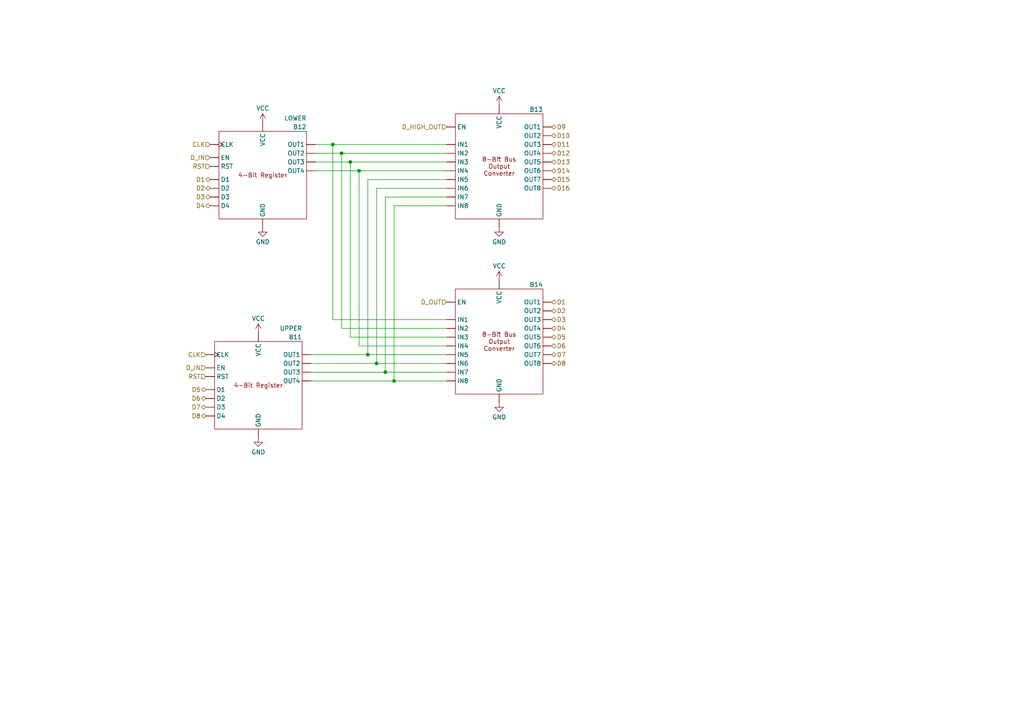
<source format=kicad_sch>
(kicad_sch (version 20230121) (generator eeschema)
  (paper "A4")
  (lib_symbols
    (symbol "MiniDragon:4-Bit Register"
      (property "Reference" "B" (at -12.7 13.97 0))
      (symbol "4-Bit Register_0_1"
        (rectangle (start -12.7 12.7) (end 12.7 -12.7))
      )
      (symbol "4-Bit Register_1_1"
        (text "4-Bit Register" (at 0 0 0) (effects (font (size 1.27 1.27))))
        (pin input clock (at -15.24 8.89 0) (length 2.54) (name "CLK") (number ""))
        (pin input line (at -15.24 -1.27 0) (length 2.54) (name "D1") (number ""))
        (pin input line (at -15.24 -3.81 0) (length 2.54) (name "D2") (number ""))
        (pin input line (at -15.24 -6.35 0) (length 2.54) (name "D3") (number ""))
        (pin input line (at -15.24 -8.89 0) (length 2.54) (name "D4") (number ""))
        (pin input line (at -15.24 5.08 0) (length 2.54) (name "EN") (number ""))
        (pin power_in line (at 0 -15.24 90) (length 2.54) (name "GND") (number ""))
        (pin output line (at 15.24 8.89 180) (length 2.54) (name "OUT1") (number ""))
        (pin output line (at 15.24 6.35 180) (length 2.54) (name "OUT2") (number ""))
        (pin output line (at 15.24 3.81 180) (length 2.54) (name "OUT3") (number ""))
        (pin output line (at 15.24 1.27 180) (length 2.54) (name "OUT4") (number ""))
        (pin input line (at -15.24 2.54 0) (length 2.54) (name "RST") (number ""))
        (pin power_in line (at 0 15.24 270) (length 2.54) (name "VCC") (number ""))
      )
    )
    (symbol "MiniDragon:8-bit Bus Output"
      (property "Reference" "B" (at -12.7 16.51 0))
      (symbol "8-bit Bus Output_0_1"
        (rectangle (start -12.7 15.24) (end 12.7 -15.24))
      )
      (symbol "8-bit Bus Output_1_1"
        (text "8-Bit Bus\nOutput\nConverter" (at 0 0 0) (effects (font (size 1.27 1.27))))
        (pin input line (at -15.24 11.43 0) (length 2.54) (name "EN") (number ""))
        (pin power_in line (at 0 -17.78 90) (length 2.54) (name "GND") (number ""))
        (pin input line (at -15.24 6.35 0) (length 2.54) (name "IN1") (number ""))
        (pin input line (at -15.24 3.81 0) (length 2.54) (name "IN2") (number ""))
        (pin input line (at -15.24 1.27 0) (length 2.54) (name "IN3") (number ""))
        (pin input line (at -15.24 -1.27 0) (length 2.54) (name "IN4") (number ""))
        (pin input line (at -15.24 -3.81 0) (length 2.54) (name "IN5") (number ""))
        (pin input line (at -15.24 -6.35 0) (length 2.54) (name "IN6") (number ""))
        (pin input line (at -15.24 -8.89 0) (length 2.54) (name "IN7") (number ""))
        (pin input line (at -15.24 -11.43 0) (length 2.54) (name "IN8") (number ""))
        (pin open_collector line (at 15.24 11.43 180) (length 2.54) (name "OUT1") (number ""))
        (pin open_collector line (at 15.24 8.89 180) (length 2.54) (name "OUT2") (number ""))
        (pin open_collector line (at 15.24 6.35 180) (length 2.54) (name "OUT3") (number ""))
        (pin open_collector line (at 15.24 3.81 180) (length 2.54) (name "OUT4") (number ""))
        (pin open_collector line (at 15.24 1.27 180) (length 2.54) (name "OUT5") (number ""))
        (pin open_collector line (at 15.24 -1.27 180) (length 2.54) (name "OUT6") (number ""))
        (pin open_collector line (at 15.24 -3.81 180) (length 2.54) (name "OUT7") (number ""))
        (pin open_collector line (at 15.24 -6.35 180) (length 2.54) (name "OUT8") (number ""))
        (pin power_in line (at 0 17.78 270) (length 2.54) (name "VCC") (number ""))
      )
    )
    (symbol "power:GND" (power) (pin_names (offset 0))
      (property "Value" "GND" (at 0 -3.81 0))
      (symbol "GND_0_1"
        (polyline (pts (xy 0 0) (xy 0 -1.27) (xy 1.27 -1.27) (xy 0 -2.54) (xy -1.27 -1.27) (xy 0 -1.27)))
      )
      (symbol "GND_1_1"
        (pin power_in line (at 0 0 270) (length 0) hide (name "GND") (number "1"))
      )
    )
    (symbol "power:VCC" (power) (pin_names (offset 0))
      (property "Value" "VCC" (at 0 3.81 0))
      (symbol "VCC_0_1"
        (polyline (pts (xy -0.762 1.27) (xy 0 2.54)))
        (polyline (pts (xy 0 0) (xy 0 2.54)))
        (polyline (pts (xy 0 2.54) (xy 0.762 1.27)))
      )
      (symbol "VCC_1_1"
        (pin power_in line (at 0 0 90) (length 0) hide (name "VCC") (number "1"))
      )
    )
  )
  (junction (at 96.52 41.91))
  (junction (at 99.06 44.45))
  (junction (at 111.76 107.95))
  (junction (at 101.6 46.99))
  (junction (at 106.68 102.87))
  (junction (at 114.3 110.49))
  (junction (at 104.14 49.53))
  (junction (at 109.22 105.41))
  (wire (pts (xy 106.68 52.07) (xy 106.68 102.87)))
  (wire (pts (xy 106.68 102.87) (xy 129.54 102.87)))
  (wire (pts (xy 104.14 49.53) (xy 104.14 100.33)))
  (wire (pts (xy 96.52 92.71) (xy 129.54 92.71)))
  (wire (pts (xy 96.52 41.91) (xy 129.54 41.91)))
  (wire (pts (xy 111.76 107.95) (xy 129.54 107.95)))
  (wire (pts (xy 90.17 107.95) (xy 111.76 107.95)))
  (wire (pts (xy 104.14 100.33) (xy 129.54 100.33)))
  (wire (pts (xy 114.3 59.69) (xy 129.54 59.69)))
  (wire (pts (xy 101.6 46.99) (xy 101.6 97.79)))
  (wire (pts (xy 99.06 44.45) (xy 129.54 44.45)))
  (wire (pts (xy 91.44 46.99) (xy 101.6 46.99)))
  (wire (pts (xy 91.44 44.45) (xy 99.06 44.45)))
  (wire (pts (xy 114.3 110.49) (xy 129.54 110.49)))
  (wire (pts (xy 96.52 41.91) (xy 96.52 92.71)))
  (wire (pts (xy 109.22 54.61) (xy 109.22 105.41)))
  (wire (pts (xy 114.3 59.69) (xy 114.3 110.49)))
  (wire (pts (xy 111.76 57.15) (xy 129.54 57.15)))
  (wire (pts (xy 104.14 49.53) (xy 129.54 49.53)))
  (wire (pts (xy 99.06 44.45) (xy 99.06 95.25)))
  (wire (pts (xy 90.17 105.41) (xy 109.22 105.41)))
  (wire (pts (xy 101.6 97.79) (xy 129.54 97.79)))
  (wire (pts (xy 90.17 110.49) (xy 114.3 110.49)))
  (wire (pts (xy 106.68 52.07) (xy 129.54 52.07)))
  (wire (pts (xy 109.22 54.61) (xy 129.54 54.61)))
  (wire (pts (xy 99.06 95.25) (xy 129.54 95.25)))
  (wire (pts (xy 111.76 57.15) (xy 111.76 107.95)))
  (wire (pts (xy 109.22 105.41) (xy 129.54 105.41)))
  (wire (pts (xy 91.44 49.53) (xy 104.14 49.53)))
  (wire (pts (xy 101.6 46.99) (xy 129.54 46.99)))
  (wire (pts (xy 91.44 41.91) (xy 96.52 41.91)))
  (wire (pts (xy 90.17 102.87) (xy 106.68 102.87)))
  (hierarchical_label "D10" (shape bidirectional) (at 160.02 39.37 0))
  (hierarchical_label "D7" (shape bidirectional) (at 160.02 102.87 0))
  (hierarchical_label "D3" (shape bidirectional) (at 60.96 57.15 180))
  (hierarchical_label "D9" (shape bidirectional) (at 160.02 36.83 0))
  (hierarchical_label "D8" (shape bidirectional) (at 59.69 120.65 180))
  (hierarchical_label "D_OUT" (shape input) (at 129.54 87.63 180))
  (hierarchical_label "D3" (shape bidirectional) (at 160.02 92.71 0))
  (hierarchical_label "D2" (shape bidirectional) (at 60.96 54.61 180))
  (hierarchical_label "D6" (shape bidirectional) (at 59.69 115.57 180))
  (hierarchical_label "D14" (shape bidirectional) (at 160.02 49.53 0))
  (hierarchical_label "CLK" (shape input) (at 59.69 102.87 180))
  (hierarchical_label "D_IN" (shape input) (at 59.69 106.68 180))
  (hierarchical_label "D1" (shape bidirectional) (at 60.96 52.07 180))
  (hierarchical_label "D5" (shape bidirectional) (at 59.69 113.03 180))
  (hierarchical_label "D6" (shape bidirectional) (at 160.02 100.33 0))
  (hierarchical_label "CLK" (shape input) (at 60.96 41.91 180))
  (hierarchical_label "D11" (shape bidirectional) (at 160.02 41.91 0))
  (hierarchical_label "D5" (shape bidirectional) (at 160.02 97.79 0))
  (hierarchical_label "D8" (shape bidirectional) (at 160.02 105.41 0))
  (hierarchical_label "RST" (shape input) (at 60.96 48.26 180))
  (hierarchical_label "D16" (shape bidirectional) (at 160.02 54.61 0))
  (hierarchical_label "D4" (shape bidirectional) (at 160.02 95.25 0))
  (hierarchical_label "D1" (shape bidirectional) (at 160.02 87.63 0))
  (hierarchical_label "RST" (shape input) (at 59.69 109.22 180))
  (hierarchical_label "D13" (shape bidirectional) (at 160.02 46.99 0))
  (hierarchical_label "D_IN" (shape input) (at 60.96 45.72 180))
  (hierarchical_label "D15" (shape bidirectional) (at 160.02 52.07 0))
  (hierarchical_label "D7" (shape bidirectional) (at 59.69 118.11 180))
  (hierarchical_label "D2" (shape bidirectional) (at 160.02 90.17 0))
  (hierarchical_label "D12" (shape bidirectional) (at 160.02 44.45 0))
  (hierarchical_label "D_HIGH_OUT" (shape input) (at 129.54 36.83 180))
  (hierarchical_label "D4" (shape bidirectional) (at 60.96 59.69 180))
  (symbol (lib_id "power:GND") (at 144.78 66.04 0) (unit 1)
    (property "Reference" "#PWR026" (effects hide))
    (property "Value" "GND" (at 144.78 70.1731 0))
  )
  (symbol (lib_id "MiniDragon:4-Bit Register") (at 74.93 111.76 0) (unit 1)
    (property "Reference" "B11" (at 87.63 97.79 0) (effects (justify right)))
    (property "Value" "UPPER" (at 87.63 95.25 0) (effects (justify right)))
  )
  (symbol (lib_id "power:VCC") (at 76.2 35.56 0) (unit 1)
    (property "Reference" "#PWR023" (effects hide))
    (property "Value" "VCC" (at 76.2 31.4269 0))
  )
  (symbol (lib_id "MiniDragon:8-bit Bus Output") (at 144.78 48.26 0) (unit 1)
    (property "Reference" "B13" (at 157.48 31.75 0) (effects (justify right)))
    (property "Value" "~" (at 144.78 45.72 0))
  )
  (symbol (lib_id "power:VCC") (at 74.93 96.52 0) (unit 1)
    (property "Reference" "#PWR021" (effects hide))
    (property "Value" "VCC" (at 74.93 92.3869 0))
  )
  (symbol (lib_id "MiniDragon:8-bit Bus Output") (at 144.78 99.06 0) (unit 1)
    (property "Reference" "B14" (at 157.48 82.55 0) (effects (justify right)))
    (property "Value" "~" (at 144.78 96.52 0))
  )
  (symbol (lib_id "power:GND") (at 76.2 66.04 0) (unit 1)
    (property "Reference" "#PWR024" (effects hide))
    (property "Value" "GND" (at 76.2 70.1731 0))
  )
  (symbol (lib_id "power:GND") (at 74.93 127 0) (unit 1)
    (property "Reference" "#PWR022" (effects hide))
    (property "Value" "GND" (at 74.93 131.1331 0))
  )
  (symbol (lib_id "MiniDragon:4-Bit Register") (at 76.2 50.8 0) (unit 1)
    (property "Reference" "B12" (at 88.9 36.83 0) (effects (justify right)))
    (property "Value" "LOWER" (at 88.9 34.29 0) (effects (justify right)))
  )
  (symbol (lib_id "power:VCC") (at 144.78 30.48 0) (unit 1)
    (property "Reference" "#PWR025" (effects hide))
    (property "Value" "VCC" (at 144.78 26.3469 0))
  )
  (symbol (lib_id "power:VCC") (at 144.78 81.28 0) (unit 1)
    (property "Reference" "#PWR027" (effects hide))
    (property "Value" "VCC" (at 144.78 77.1469 0))
  )
  (symbol (lib_id "power:GND") (at 144.78 116.84 0) (unit 1)
    (property "Reference" "#PWR028" (effects hide))
    (property "Value" "GND" (at 144.78 120.9731 0))
  )
)
</source>
